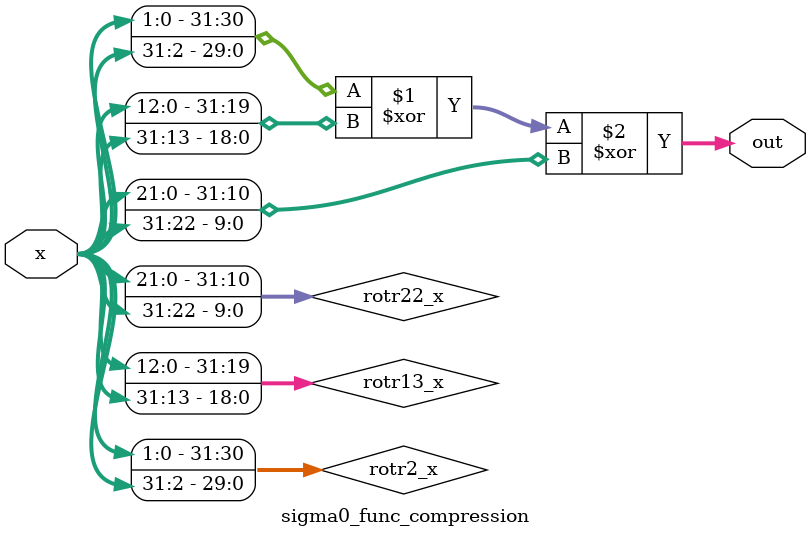
<source format=v>
module sigma0_func_compression (
    input wire [31:0] x,
    output wire [31:0] out
);

    wire [31:0] rotr2_x;
    wire [31:0] rotr13_x;
    wire [31:0] rotr22_x;

    // Rotate Right 2 bits: {lower 2 bits, upper 30 bits}
    assign rotr2_x  = {x[1:0], x[31:2]};
    // Rotate Right 13 bits: {lower 13 bits, upper 19 bits}
    assign rotr13_x = {x[12:0], x[31:13]};
    // Rotate Right 22 bits: {lower 22 bits, upper 10 bits}
    assign rotr22_x = {x[21:0], x[31:22]};

    // XOR các kết quả lại
    assign out = rotr2_x ^ rotr13_x ^ rotr22_x;

endmodule
</source>
